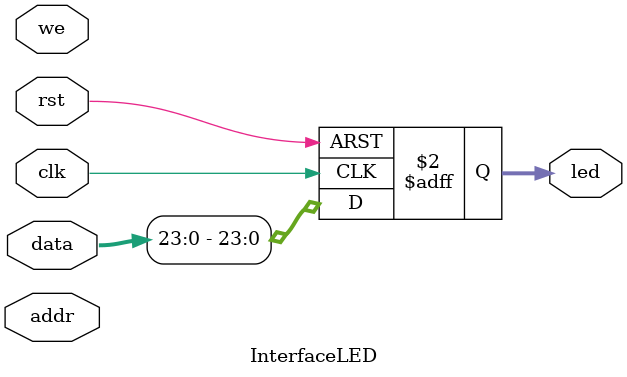
<source format=v>
`timescale 1ns / 1ps


module InterfaceLED(
    input rst,
    input clk,
    input we,
    input [31:0] addr,
    input [31:0] data,
    output reg [23:0] led
    
    );
    
    always @(posedge clk or posedge rst) begin
        if(rst)
            led <= 24'h00000;
        else 
            led <= data[23:0];
    end
    
    
endmodule


</source>
